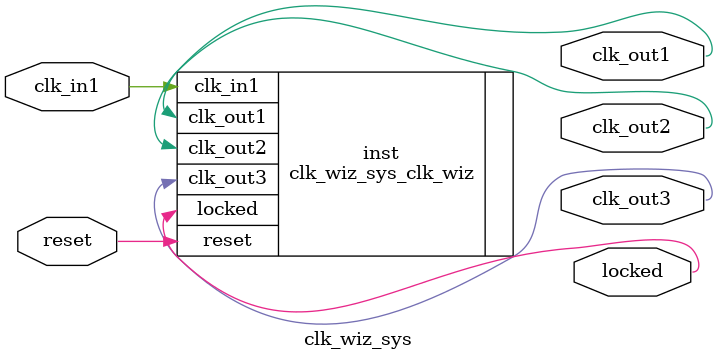
<source format=v>


`timescale 1ps/1ps

(* CORE_GENERATION_INFO = "clk_wiz_sys,clk_wiz_v5_4_3_0,{component_name=clk_wiz_sys,use_phase_alignment=true,use_min_o_jitter=false,use_max_i_jitter=false,use_dyn_phase_shift=false,use_inclk_switchover=false,use_dyn_reconfig=false,enable_axi=0,feedback_source=FDBK_AUTO,PRIMITIVE=MMCM,num_out_clk=3,clkin1_period=10.000,clkin2_period=10.000,use_power_down=false,use_reset=true,use_locked=true,use_inclk_stopped=false,feedback_type=SINGLE,CLOCK_MGR_TYPE=NA,manual_override=false}" *)

module clk_wiz_sys 
 (
  // Clock out ports
  output        clk_out1,
  output        clk_out2,
  output        clk_out3,
  // Status and control signals
  input         reset,
  output        locked,
 // Clock in ports
  input         clk_in1
 );

  clk_wiz_sys_clk_wiz inst
  (
  // Clock out ports  
  .clk_out1(clk_out1),
  .clk_out2(clk_out2),
  .clk_out3(clk_out3),
  // Status and control signals               
  .reset(reset), 
  .locked(locked),
 // Clock in ports
  .clk_in1(clk_in1)
  );

endmodule

</source>
